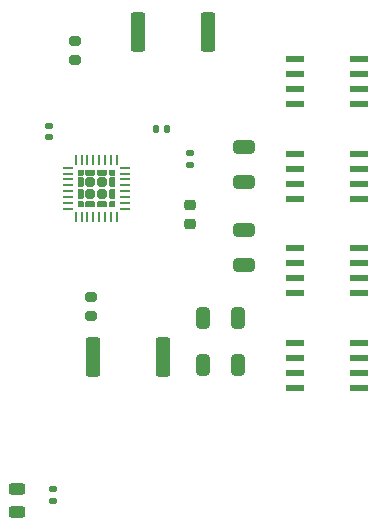
<source format=gbr>
%TF.GenerationSoftware,KiCad,Pcbnew,8.0.5*%
%TF.CreationDate,2024-10-31T12:59:41-07:00*%
%TF.ProjectId,team6_pcb,7465616d-365f-4706-9362-2e6b69636164,rev?*%
%TF.SameCoordinates,Original*%
%TF.FileFunction,Paste,Top*%
%TF.FilePolarity,Positive*%
%FSLAX46Y46*%
G04 Gerber Fmt 4.6, Leading zero omitted, Abs format (unit mm)*
G04 Created by KiCad (PCBNEW 8.0.5) date 2024-10-31 12:59:41*
%MOMM*%
%LPD*%
G01*
G04 APERTURE LIST*
G04 Aperture macros list*
%AMRoundRect*
0 Rectangle with rounded corners*
0 $1 Rounding radius*
0 $2 $3 $4 $5 $6 $7 $8 $9 X,Y pos of 4 corners*
0 Add a 4 corners polygon primitive as box body*
4,1,4,$2,$3,$4,$5,$6,$7,$8,$9,$2,$3,0*
0 Add four circle primitives for the rounded corners*
1,1,$1+$1,$2,$3*
1,1,$1+$1,$4,$5*
1,1,$1+$1,$6,$7*
1,1,$1+$1,$8,$9*
0 Add four rect primitives between the rounded corners*
20,1,$1+$1,$2,$3,$4,$5,0*
20,1,$1+$1,$4,$5,$6,$7,0*
20,1,$1+$1,$6,$7,$8,$9,0*
20,1,$1+$1,$8,$9,$2,$3,0*%
%AMFreePoly0*
4,1,19,0.216293,0.240836,0.256593,0.185367,0.262023,0.151086,0.262023,-0.059182,0.240836,-0.124389,0.229530,-0.137626,0.137626,-0.229530,0.076536,-0.260657,0.059182,-0.262023,-0.151086,-0.262023,-0.216293,-0.240836,-0.256593,-0.185367,-0.262023,-0.151086,-0.262023,0.151086,-0.240836,0.216293,-0.185367,0.256593,-0.151086,0.262023,0.151086,0.262023,0.216293,0.240836,0.216293,0.240836,
$1*%
%AMFreePoly1*
4,1,21,0.158921,0.382768,0.164515,0.377643,0.236554,0.305603,0.261692,0.251692,0.262023,0.244114,0.262023,-0.244114,0.241678,-0.300010,0.236554,-0.305603,0.164515,-0.377643,0.110605,-0.402782,0.103025,-0.403113,-0.175064,-0.403113,-0.230960,-0.382768,-0.260702,-0.331254,-0.262023,-0.316154,-0.262023,0.316154,-0.241678,0.372050,-0.190164,0.401792,-0.175064,0.403113,0.103025,0.403113,
0.158921,0.382768,0.158921,0.382768,$1*%
%AMFreePoly2*
4,1,19,0.124389,0.240836,0.137626,0.229530,0.229530,0.137626,0.260657,0.076536,0.262023,0.059182,0.262023,-0.151086,0.240836,-0.216293,0.185367,-0.256593,0.151086,-0.262023,-0.151086,-0.262023,-0.216293,-0.240836,-0.256593,-0.185367,-0.262023,-0.151086,-0.262023,0.151086,-0.240836,0.216293,-0.185367,0.256593,-0.151086,0.262023,0.059182,0.262023,0.124389,0.240836,0.124389,0.240836,
$1*%
%AMFreePoly3*
4,1,21,0.372050,0.241678,0.401792,0.190164,0.403113,0.175064,0.403113,-0.103025,0.382768,-0.158921,0.377643,-0.164515,0.305603,-0.236554,0.251692,-0.261692,0.244114,-0.262023,-0.244114,-0.262023,-0.300010,-0.241678,-0.305603,-0.236554,-0.377643,-0.164515,-0.402782,-0.110605,-0.403113,-0.103025,-0.403113,0.175064,-0.382768,0.230960,-0.331254,0.260702,-0.316154,0.262023,0.316154,0.262023,
0.372050,0.241678,0.372050,0.241678,$1*%
%AMFreePoly4*
4,1,21,0.300010,0.241678,0.305603,0.236554,0.377643,0.164515,0.402782,0.110605,0.403113,0.103025,0.403113,-0.175064,0.382768,-0.230960,0.331254,-0.260702,0.316154,-0.262023,-0.316154,-0.262023,-0.372050,-0.241678,-0.401792,-0.190164,-0.403113,-0.175064,-0.403113,0.103025,-0.382768,0.158921,-0.377643,0.164515,-0.305603,0.236554,-0.251692,0.261692,-0.244114,0.262023,0.244114,0.262023,
0.300010,0.241678,0.300010,0.241678,$1*%
%AMFreePoly5*
4,1,19,0.216293,0.240836,0.256593,0.185367,0.262023,0.151086,0.262023,-0.151086,0.240836,-0.216293,0.185367,-0.256593,0.151086,-0.262023,-0.059182,-0.262023,-0.124389,-0.240836,-0.137626,-0.229530,-0.229530,-0.137626,-0.260657,-0.076536,-0.262023,-0.059182,-0.262023,0.151086,-0.240836,0.216293,-0.185367,0.256593,-0.151086,0.262023,0.151086,0.262023,0.216293,0.240836,0.216293,0.240836,
$1*%
%AMFreePoly6*
4,1,21,0.230960,0.382768,0.260702,0.331254,0.262023,0.316154,0.262023,-0.316154,0.241678,-0.372050,0.190164,-0.401792,0.175064,-0.403113,-0.103025,-0.403113,-0.158921,-0.382768,-0.164515,-0.377643,-0.236554,-0.305603,-0.261692,-0.251692,-0.262023,-0.244114,-0.262023,0.244114,-0.241678,0.300010,-0.236554,0.305603,-0.164515,0.377643,-0.110605,0.402782,-0.103025,0.403113,0.175064,0.403113,
0.230960,0.382768,0.230960,0.382768,$1*%
%AMFreePoly7*
4,1,19,0.216293,0.240836,0.256593,0.185367,0.262023,0.151086,0.262023,-0.151086,0.240836,-0.216293,0.185367,-0.256593,0.151086,-0.262023,-0.151086,-0.262023,-0.216293,-0.240836,-0.256593,-0.185367,-0.262023,-0.151086,-0.262023,0.059182,-0.240836,0.124389,-0.229530,0.137626,-0.137626,0.229530,-0.076536,0.260657,-0.059182,0.262023,0.151086,0.262023,0.216293,0.240836,0.216293,0.240836,
$1*%
G04 Aperture macros list end*
%ADD10RoundRect,0.135000X0.185000X-0.135000X0.185000X0.135000X-0.185000X0.135000X-0.185000X-0.135000X0*%
%ADD11RoundRect,0.250000X-0.325000X-0.650000X0.325000X-0.650000X0.325000X0.650000X-0.325000X0.650000X0*%
%ADD12R,1.500000X0.600000*%
%ADD13RoundRect,0.250000X-0.362500X-1.425000X0.362500X-1.425000X0.362500X1.425000X-0.362500X1.425000X0*%
%ADD14RoundRect,0.243750X0.456250X-0.243750X0.456250X0.243750X-0.456250X0.243750X-0.456250X-0.243750X0*%
%ADD15RoundRect,0.250000X0.650000X-0.325000X0.650000X0.325000X-0.650000X0.325000X-0.650000X-0.325000X0*%
%ADD16RoundRect,0.140000X-0.170000X0.140000X-0.170000X-0.140000X0.170000X-0.140000X0.170000X0.140000X0*%
%ADD17RoundRect,0.200000X0.275000X-0.200000X0.275000X0.200000X-0.275000X0.200000X-0.275000X-0.200000X0*%
%ADD18RoundRect,0.140000X0.140000X0.170000X-0.140000X0.170000X-0.140000X-0.170000X0.140000X-0.170000X0*%
%ADD19RoundRect,0.225000X-0.250000X0.225000X-0.250000X-0.225000X0.250000X-0.225000X0.250000X0.225000X0*%
%ADD20RoundRect,0.250000X-0.650000X0.325000X-0.650000X-0.325000X0.650000X-0.325000X0.650000X0.325000X0*%
%ADD21RoundRect,0.200000X-0.275000X0.200000X-0.275000X-0.200000X0.275000X-0.200000X0.275000X0.200000X0*%
%ADD22FreePoly0,270.000000*%
%ADD23FreePoly1,270.000000*%
%ADD24FreePoly2,270.000000*%
%ADD25FreePoly3,270.000000*%
%ADD26RoundRect,0.201557X-0.201556X0.201556X-0.201556X-0.201556X0.201556X-0.201556X0.201556X0.201556X0*%
%ADD27FreePoly4,270.000000*%
%ADD28FreePoly5,270.000000*%
%ADD29FreePoly6,270.000000*%
%ADD30FreePoly7,270.000000*%
%ADD31RoundRect,0.062500X-0.062500X0.375000X-0.062500X-0.375000X0.062500X-0.375000X0.062500X0.375000X0*%
%ADD32RoundRect,0.062500X-0.375000X0.062500X-0.375000X-0.062500X0.375000X-0.062500X0.375000X0.062500X0*%
%ADD33RoundRect,0.250000X0.362500X1.425000X-0.362500X1.425000X-0.362500X-1.425000X0.362500X-1.425000X0*%
G04 APERTURE END LIST*
D10*
%TO.C,R3*%
X109781250Y-114457500D03*
X109781250Y-113437500D03*
%TD*%
D11*
%TO.C,C8*%
X122525000Y-99000000D03*
X125475000Y-99000000D03*
%TD*%
D12*
%TO.C,Q3*%
X135700000Y-104905000D03*
X135700000Y-103635000D03*
X135700000Y-102365000D03*
X135700000Y-101095000D03*
X130300000Y-101095000D03*
X130300000Y-102365000D03*
X130300000Y-103635000D03*
X130300000Y-104905000D03*
%TD*%
D13*
%TO.C,R5*%
X113162500Y-102250000D03*
X119087500Y-102250000D03*
%TD*%
D12*
%TO.C,Q4*%
X135700000Y-96905000D03*
X135700000Y-95635000D03*
X135700000Y-94365000D03*
X135700000Y-93095000D03*
X130300000Y-93095000D03*
X130300000Y-94365000D03*
X130300000Y-95635000D03*
X130300000Y-96905000D03*
%TD*%
%TO.C,Q1*%
X135700000Y-80905000D03*
X135700000Y-79635000D03*
X135700000Y-78365000D03*
X135700000Y-77095000D03*
X130300000Y-77095000D03*
X130300000Y-78365000D03*
X130300000Y-79635000D03*
X130300000Y-80905000D03*
%TD*%
D14*
%TO.C,D1*%
X106781250Y-115375000D03*
X106781250Y-113500000D03*
%TD*%
D15*
%TO.C,C6*%
X126000000Y-94475000D03*
X126000000Y-91525000D03*
%TD*%
D16*
%TO.C,C2*%
X109474000Y-82730400D03*
X109474000Y-83690400D03*
%TD*%
%TO.C,C4*%
X121437500Y-85040000D03*
X121437500Y-86000000D03*
%TD*%
D17*
%TO.C,R1*%
X111683800Y-77152000D03*
X111683800Y-75502000D03*
%TD*%
D18*
%TO.C,C3*%
X119480000Y-83000000D03*
X118520000Y-83000000D03*
%TD*%
D19*
%TO.C,C1*%
X121437500Y-89450000D03*
X121437500Y-91000000D03*
%TD*%
D11*
%TO.C,C7*%
X122525000Y-103000000D03*
X125475000Y-103000000D03*
%TD*%
D20*
%TO.C,C5*%
X126000000Y-84525000D03*
X126000000Y-87475000D03*
%TD*%
D21*
%TO.C,R2*%
X113000000Y-97175000D03*
X113000000Y-98825000D03*
%TD*%
D22*
%TO.C,IC1*%
X114804200Y-86678000D03*
D23*
X113979200Y-86678000D03*
X112979200Y-86678000D03*
D24*
X112154200Y-86678000D03*
D25*
X114804200Y-87503000D03*
D26*
X113979200Y-87503000D03*
X112979200Y-87503000D03*
D27*
X112154200Y-87503000D03*
D25*
X114804200Y-88503000D03*
D26*
X113979200Y-88503000D03*
X112979200Y-88503000D03*
D27*
X112154200Y-88503000D03*
D28*
X114804200Y-89328000D03*
D29*
X113979200Y-89328000D03*
X112979200Y-89328000D03*
D30*
X112154200Y-89328000D03*
D31*
X115229200Y-85565500D03*
X114729200Y-85565500D03*
X114229200Y-85565500D03*
X113729200Y-85565500D03*
X113229200Y-85565500D03*
X112729200Y-85565500D03*
X112229200Y-85565500D03*
X111729200Y-85565500D03*
D32*
X111041700Y-86253000D03*
X111041700Y-86753000D03*
X111041700Y-87253000D03*
X111041700Y-87753000D03*
X111041700Y-88253000D03*
X111041700Y-88753000D03*
X111041700Y-89253000D03*
X111041700Y-89753000D03*
D31*
X111729200Y-90440500D03*
X112229200Y-90440500D03*
X112729200Y-90440500D03*
X113229200Y-90440500D03*
X113729200Y-90440500D03*
X114229200Y-90440500D03*
X114729200Y-90440500D03*
X115229200Y-90440500D03*
D32*
X115916700Y-89753000D03*
X115916700Y-89253000D03*
X115916700Y-88753000D03*
X115916700Y-88253000D03*
X115916700Y-87753000D03*
X115916700Y-87253000D03*
X115916700Y-86753000D03*
X115916700Y-86253000D03*
%TD*%
D12*
%TO.C,Q2*%
X135700000Y-88905000D03*
X135700000Y-87635000D03*
X135700000Y-86365000D03*
X135700000Y-85095000D03*
X130300000Y-85095000D03*
X130300000Y-86365000D03*
X130300000Y-87635000D03*
X130300000Y-88905000D03*
%TD*%
D33*
%TO.C,R4*%
X122962500Y-74750000D03*
X117037500Y-74750000D03*
%TD*%
M02*

</source>
